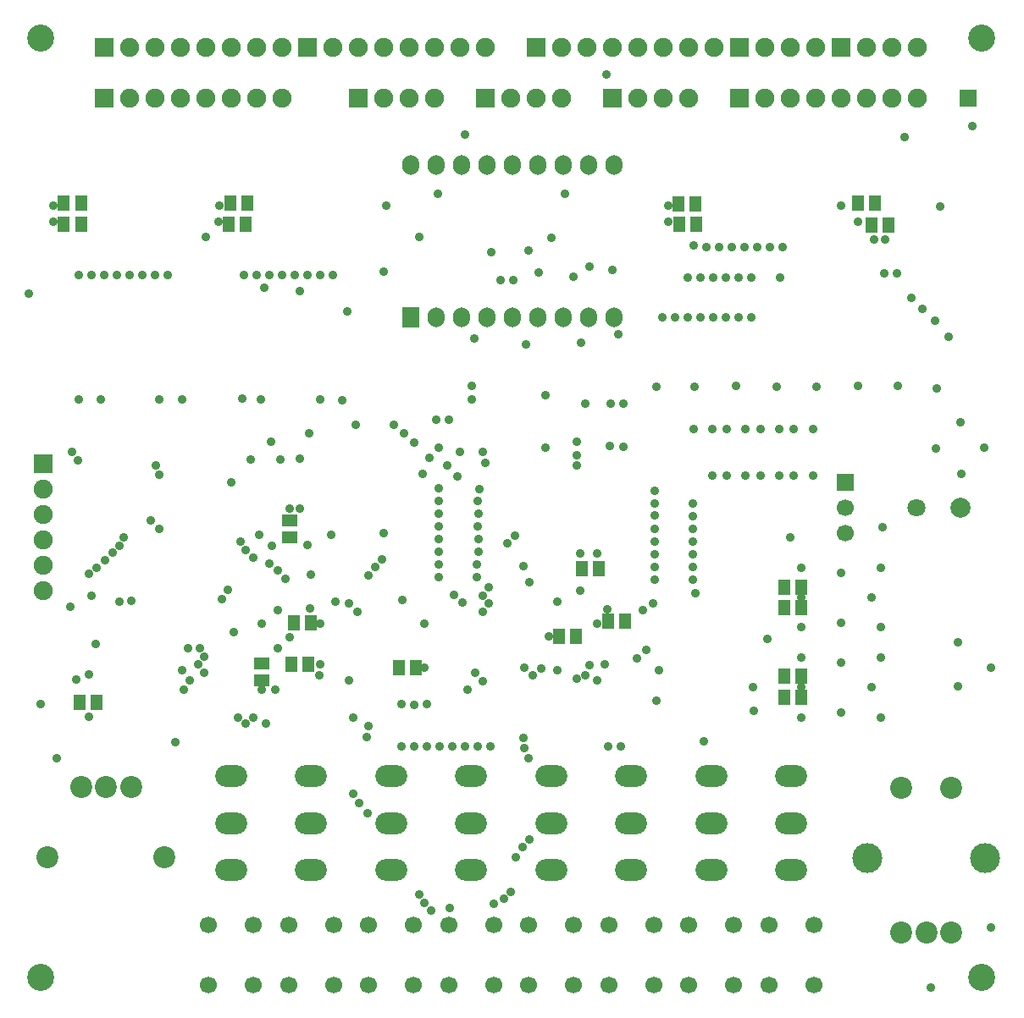
<source format=gbs>
G04 DipTrace 2.4.0.2*
%INProtolautav2.3.4.GBS*%
%MOMM*%
%ADD17R,1.7X1.7*%
%ADD18C,1.7*%
%ADD26C,2.0*%
%ADD47C,3.0*%
%ADD48C,2.7*%
%ADD49C,2.2*%
%ADD50C,1.8*%
%ADD51C,0.9*%
%ADD54C,0.905*%
%ADD64O,1.7X2.0*%
%ADD66R,1.7X2.0*%
%ADD67R,1.3X1.6*%
%ADD80O,3.2X2.2*%
%ADD98R,1.6X1.3*%
%ADD101C,1.9*%
%ADD102R,1.9X1.9*%
%FSLAX53Y53*%
G04*
G71*
G90*
G75*
G01*
%LNBotMask*%
%LPD*%
D54*
X64355Y42810D3*
X64335Y44080D3*
X64355Y45350D3*
Y46620D3*
X88580Y73420D3*
X57400Y33250D3*
X89350Y87050D3*
X64355Y51700D3*
Y47890D3*
X90000Y71000D3*
X62600Y34900D3*
X91120Y69900D3*
X64155Y40400D3*
X92390Y68700D3*
X68400Y41400D3*
X64315Y49200D3*
X39150Y40750D3*
X21050Y40800D3*
X45150Y40500D3*
X49650Y46400D3*
X39150Y40750D3*
X51700Y75700D3*
X86300Y76850D3*
X64355Y50430D3*
X6100Y55550D3*
X42805Y55950D3*
Y51890D3*
X41800Y54950D3*
X6700Y54750D3*
X14450Y54250D3*
X43650Y54200D3*
X42805Y49350D3*
X14850Y53250D3*
X41150Y53400D3*
X42805Y48080D3*
X22000Y52550D3*
X44650Y53150D3*
X42805Y46810D3*
X26000Y56600D3*
X40300Y56500D3*
X42805Y45540D3*
X29800Y57450D3*
X39300D3*
X42805Y44270D3*
X34450Y58250D3*
X38250D3*
X42805Y43000D3*
X25300Y71950D3*
X24000Y54800D3*
X26955D3*
X48950Y72750D3*
X25300Y71950D3*
X52750Y73550D3*
X28850Y71650D3*
Y54850D3*
X76850Y73000D3*
X52750Y73550D3*
X26045Y46145D3*
X28900Y49900D3*
X54600Y33750D3*
X29635Y46235D3*
X57000Y66500D3*
X93700Y67100D3*
X83000Y80200D3*
X4250D3*
X65700D3*
X37500D3*
X20800D3*
X83000D3*
X4250D3*
X20800D3*
X65700D3*
X83000D3*
X47200Y32650D3*
X17250Y31800D3*
X13950Y48700D3*
X17250Y31800D3*
X45650D3*
X33750Y32700D3*
X17100Y33700D3*
X14850Y47850D3*
X63550Y35750D3*
X19350Y33500D3*
X46400D3*
X17900Y32700D3*
X56600Y56600D3*
X59400Y34300D3*
X42550Y58750D3*
X45350Y87350D3*
X56600Y56600D3*
X61210Y56110D3*
X58600Y32700D3*
X43775Y58775D3*
X48050Y75550D3*
X61210Y56110D3*
X59900Y56150D3*
X57800Y34200D3*
X60750Y67300D3*
X46350Y66950D3*
X59900Y56150D3*
X46800Y51850D3*
X46665Y50620D3*
X46715Y49350D3*
X46695Y48080D3*
X37250Y73600D3*
X46725Y46810D3*
X46705Y45540D3*
X46615Y44270D3*
Y43000D3*
X33750Y40400D3*
X34800Y20450D3*
X55350Y81400D3*
X42650D3*
X67650Y73000D3*
X56250Y73100D3*
X68920Y73000D3*
X50200Y72750D3*
X70190Y73000D3*
X71460D3*
X72730D3*
X60150Y73750D3*
X74000Y73000D3*
X57850Y74150D3*
X42865Y26100D3*
X45405D3*
X48250Y10350D3*
D3*
X46675Y26100D3*
X49250Y10900D3*
D3*
X47945Y26100D3*
X50000Y11550D3*
D3*
X80150Y57880D3*
X74000Y69050D3*
X78250Y57880D3*
X72730Y69050D3*
X76800Y57880D3*
X71460Y69050D3*
X74900Y57880D3*
X70190Y69050D3*
X73450Y57880D3*
X68920Y69050D3*
X71550Y57880D3*
X67650Y69050D3*
X70150Y57880D3*
X66380Y69050D3*
X68250Y57880D3*
X65110Y69050D3*
X80150Y53180D3*
X68205Y42810D3*
X35650Y19450D3*
X32450Y40600D3*
X34650Y39550D3*
X34200Y21350D3*
X51700Y24900D3*
X51850Y16800D3*
X34250Y29000D3*
X35700Y43200D3*
X51700Y24900D3*
X51300Y25900D3*
X51150Y16000D3*
X35600Y27050D3*
X36450Y44050D3*
X51300Y25900D3*
X40300Y30250D3*
X59675Y26120D3*
X39050Y30300D3*
X60945Y26090D3*
X51250Y26950D3*
X50500Y15050D3*
X35700Y28100D3*
X37100Y44850D3*
X51250Y26950D3*
X68350Y62100D3*
X64550Y62050D3*
X6800Y60800D3*
X41595Y26100D3*
X42000Y9700D3*
X40325Y26100D3*
X41350Y10450D3*
X72500Y62150D3*
X14800Y60800D3*
X76550Y62050D3*
X17100Y60800D3*
X80550Y62050D3*
X23100Y60900D3*
X84650Y62150D3*
X25000Y60838D3*
X88650Y62150D3*
X30950Y60800D3*
X92550Y61950D3*
X33100Y60751D3*
X78250Y53180D3*
X68205Y44080D3*
X76800Y53180D3*
X68205Y45350D3*
X74900Y53180D3*
X68205Y46620D3*
X73450Y53180D3*
X68205Y47890D3*
X71550Y53180D3*
X68205Y49160D3*
X70150Y53180D3*
X68205Y50430D3*
X44135Y26100D3*
X43850Y9900D3*
D3*
X39055Y26100D3*
X40800Y11300D3*
X53400Y61250D3*
Y56000D3*
X57400Y60378D3*
X46050Y62200D3*
X44900Y55600D3*
X61210Y60401D3*
X46050Y60850D3*
X47200Y55550D3*
X59940Y60420D3*
X17675Y35925D3*
X23270Y73300D3*
X18850Y35900D3*
X24540Y73300D3*
X19350Y35100D3*
X25810Y73300D3*
X18700Y34300D3*
X27080Y73300D3*
X22700Y28950D3*
X28350Y73300D3*
X23450Y28350D3*
X29620Y73300D3*
X24250Y29000D3*
X30890Y73300D3*
X25500Y28400D3*
X32160Y73300D3*
X68270Y76200D3*
X47800Y42050D3*
X69540Y76050D3*
X47150Y41200D3*
X70810Y76050D3*
X47800Y40450D3*
X72080Y76050D3*
X47150Y39600D3*
X73350Y76050D3*
X51350Y33950D3*
X74620Y76050D3*
X52200Y33250D3*
X75890Y76050D3*
X53000Y33850D3*
X77160Y76050D3*
X56550Y32850D3*
X87300Y73400D3*
X77160Y76050D3*
X74210Y32000D3*
X75600Y36848D3*
X53800Y37100D3*
X59600Y39800D3*
X58600Y45400D3*
X25100Y31800D3*
Y38400D3*
Y31800D3*
X75600Y36848D3*
X58600Y45400D3*
Y38400D3*
X29900Y39900D3*
X30900Y34300D3*
X59600Y39800D3*
X29900Y39900D3*
X30900Y34300D3*
Y38400D3*
X53800Y37100D3*
X41300Y34000D3*
D3*
Y38400D3*
X5950Y40100D3*
X25100Y38400D3*
X87150Y48000D3*
X84650Y78600D3*
X4230D3*
X20766D3*
D3*
X4230D3*
X65700D3*
X84650D3*
X65700D3*
X84650D3*
X41600Y30300D3*
X41300Y34000D3*
X8450Y36350D3*
X74257Y29700D3*
X7800Y29100D3*
Y33322D3*
X27905Y49887D3*
X27900Y37000D3*
X32000Y47300D3*
X27905Y49887D3*
X7800Y29100D3*
X27905Y49887D3*
X56600Y54250D3*
X64806Y33700D3*
X74257Y29700D3*
D3*
X21700Y41750D3*
X51200Y44100D3*
X50400Y47200D3*
X54050Y77000D3*
X87400Y76850D3*
X8050Y41200D3*
X21700Y41750D3*
X6770Y73300D3*
X7800Y43350D3*
X27450Y42900D3*
X8040Y73300D3*
X8600Y44000D3*
X26700Y43700D3*
X9310Y73300D3*
X9450Y44700D3*
X25850Y44350D3*
X24250Y44950D3*
X10200Y45450D3*
X10580Y73300D3*
X23450Y45750D3*
X10850Y46150D3*
X11850Y73300D3*
X22950Y46550D3*
X11250Y47050D3*
X13120Y73300D3*
X12050Y40700D3*
X14390Y73300D3*
X10850Y40550D3*
X15660Y73300D3*
X87000Y44000D3*
Y38000D3*
X79000D3*
Y44000D3*
X83000Y43500D3*
Y38500D3*
X86000Y41000D3*
X79000D3*
Y35000D3*
X83000Y34500D3*
X87000Y35000D3*
X86000Y32000D3*
X87000Y29000D3*
X83000Y29500D3*
X79000Y29000D3*
Y32000D3*
X8950Y60800D3*
X42805Y50620D3*
X51850Y42550D3*
X64550Y30700D3*
X63150Y39700D3*
X22250Y37500D3*
X30800Y33200D3*
X26450Y31800D3*
X16400Y26500D3*
X4550Y24900D3*
X69300Y26600D3*
X24800Y47300D3*
X3000Y30300D3*
X6500Y32800D3*
X56900Y41650D3*
X54650Y40600D3*
X56900Y45400D3*
X26650Y35900D3*
X98000Y34000D3*
X92000Y2000D3*
X98000Y8000D3*
X26650Y39700D3*
X37250Y47400D3*
X47400Y54450D3*
X56600Y55250D3*
X33650Y69600D3*
X19450Y77050D3*
X94950Y58550D3*
X92450Y55900D3*
X97300Y56000D3*
X95000Y53400D3*
X77900Y47000D3*
X92850Y80100D3*
X40800Y77100D3*
X51450Y66300D3*
X44250Y41250D3*
X30000Y43300D3*
X96100Y88200D3*
X1800Y71400D3*
X59550Y93350D3*
D102*
X72860Y90920D3*
D101*
X75400D3*
X77940D3*
X80480D3*
X83020D3*
X85560D3*
X88100D3*
X90640D3*
D18*
X75750Y2200D3*
Y8200D3*
X80250Y2200D3*
Y8200D3*
X67750Y2200D3*
Y8200D3*
X72250Y2200D3*
Y8200D3*
X59750Y2200D3*
Y8200D3*
X64250Y2200D3*
Y8200D3*
X51750Y2200D3*
Y8200D3*
X56250Y2200D3*
Y8200D3*
X43750Y2200D3*
Y8200D3*
X48250Y2200D3*
Y8200D3*
X35750Y2200D3*
Y8200D3*
X40250Y2200D3*
Y8200D3*
X27750Y2200D3*
Y8200D3*
X32250Y2200D3*
Y8200D3*
X19750Y2200D3*
Y8200D3*
X24250Y2200D3*
Y8200D3*
D102*
X29680Y96000D3*
D101*
X32220D3*
X34760D3*
X37300D3*
X39840D3*
X42380D3*
X44920D3*
X47460D3*
D98*
X25100Y32700D3*
Y34400D3*
D67*
X29700Y34300D3*
X28000D3*
X30000Y38500D3*
X28300D3*
X79000Y42000D3*
X77300D3*
X79000Y40000D3*
X77300D3*
X79000Y33100D3*
X77300D3*
X79000Y31000D3*
X77300D3*
X54800Y37100D3*
X56500D3*
X58800Y43900D3*
X57100D3*
X59700Y38650D3*
X61400D3*
X40500Y34000D3*
X38800D3*
X8600Y30500D3*
X6900D3*
D98*
X27900Y48750D3*
Y47050D3*
D67*
X21900Y80500D3*
X23600D3*
X21800Y78350D3*
X23500D3*
X66750Y80350D3*
X68450D3*
X66800Y78350D3*
X68500D3*
X5300Y80450D3*
X7000D3*
X5300Y78300D3*
X7000D3*
X84700Y80500D3*
X86400D3*
X86050Y78250D3*
X87750D3*
D102*
X72860Y96000D3*
D101*
X75400D3*
X77940D3*
X80480D3*
D102*
X83020D3*
D101*
X85560D3*
X88100D3*
X90640D3*
D49*
X89000Y7450D3*
X91500D3*
X94000D3*
X89000Y21950D3*
X94000D3*
D47*
X85650Y14950D3*
X97350D3*
D102*
X52540Y96000D3*
D101*
X55080D3*
X57620D3*
X60160D3*
X62700D3*
X65240D3*
X67780D3*
X70320D3*
D48*
X3000Y97000D3*
X97000D3*
X3000Y3000D3*
X97000D3*
D102*
X60160Y90920D3*
D101*
X62700D3*
X65240D3*
X67780D3*
D102*
X34760D3*
D101*
X37300D3*
X39840D3*
X42380D3*
D102*
X3200Y54400D3*
D101*
Y51860D3*
Y49320D3*
Y46780D3*
Y44240D3*
Y41700D3*
D17*
X83440Y52540D3*
D18*
Y50000D3*
Y47460D3*
D102*
X9360Y90920D3*
D101*
X11900D3*
X14440D3*
X16980D3*
X19520D3*
X22060D3*
X24600D3*
X27140D3*
D17*
X95720D3*
D49*
X12000Y22000D3*
X9500D3*
X7000D3*
X15350Y15000D3*
X3650D3*
D102*
X47460Y90920D3*
D101*
X50000D3*
X52540D3*
X55080D3*
D80*
X78000Y13700D3*
Y18400D3*
Y23100D3*
X70000Y13700D3*
Y18400D3*
Y23100D3*
X62000Y13700D3*
Y18400D3*
Y23100D3*
X54000Y13700D3*
Y18400D3*
Y23100D3*
X46000Y13700D3*
Y18400D3*
Y23100D3*
X38000Y13700D3*
Y18400D3*
Y23100D3*
X30000Y13700D3*
Y18400D3*
Y23100D3*
X22000Y13700D3*
Y18400D3*
Y23100D3*
D102*
X9360Y96000D3*
D101*
X11900D3*
X14440D3*
X16980D3*
X19520D3*
X22060D3*
X24600D3*
X27140D3*
D66*
X40000Y69000D3*
D64*
X42540D3*
X45080D3*
X47620D3*
X50160D3*
X52700D3*
X55240D3*
X57780D3*
X60320D3*
Y84240D3*
X57780D3*
X55240D3*
X52700D3*
X50160D3*
X47620D3*
X45080D3*
X42540D3*
X40000D3*
D50*
X90500Y50000D3*
D26*
X94900D3*
D51*
X94700Y36550D3*
Y32150D3*
M02*

</source>
